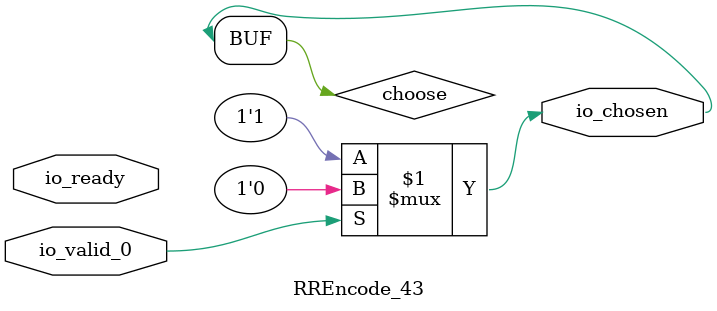
<source format=v>
module RREncode_43(
    input  io_valid_0,
    output io_chosen,
    input  io_ready);
  wire choose;
  assign io_chosen = choose;
  assign choose = io_valid_0 ? 1'h0 : 1'h1;
endmodule
</source>
